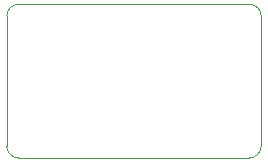
<source format=gm1>
%TF.GenerationSoftware,KiCad,Pcbnew,9.0.2*%
%TF.CreationDate,2025-08-10T19:13:57-04:00*%
%TF.ProjectId,bec_adapter,6265635f-6164-4617-9074-65722e6b6963,rev?*%
%TF.SameCoordinates,Original*%
%TF.FileFunction,Profile,NP*%
%FSLAX46Y46*%
G04 Gerber Fmt 4.6, Leading zero omitted, Abs format (unit mm)*
G04 Created by KiCad (PCBNEW 9.0.2) date 2025-08-10 19:13:57*
%MOMM*%
%LPD*%
G01*
G04 APERTURE LIST*
%TA.AperFunction,Profile*%
%ADD10C,0.050000*%
%TD*%
G04 APERTURE END LIST*
D10*
X134050000Y-103500000D02*
X114500000Y-103500000D01*
X135050000Y-91500000D02*
X135050000Y-102500000D01*
X134050000Y-90500000D02*
G75*
G02*
X135050000Y-91500000I0J-1000000D01*
G01*
X114500000Y-103500000D02*
G75*
G02*
X113500000Y-102500000I0J1000000D01*
G01*
X113500000Y-91500000D02*
G75*
G02*
X114500000Y-90500000I1000000J0D01*
G01*
X135050000Y-102500000D02*
G75*
G02*
X134050000Y-103500000I-1000000J0D01*
G01*
X113500000Y-102500000D02*
X113500000Y-91500000D01*
X114500000Y-90500000D02*
X134050000Y-90500000D01*
M02*

</source>
